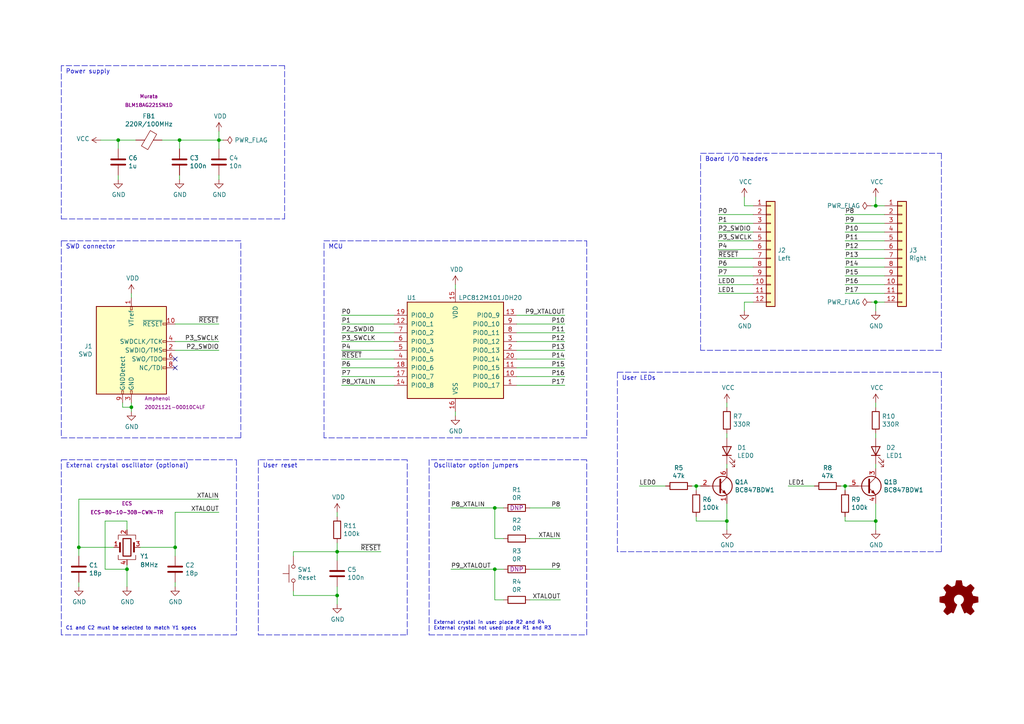
<source format=kicad_sch>
(kicad_sch (version 20211123) (generator eeschema)
  (paper "A4")
  (title_block (title "LPC812 Breakout Board") (date "2022-04-02") (rev "A") (comment 1 "Universal breakout board for LPC812 MCUs") (comment 3 "Michal Potrzebicz <michal@elevendroids.com>") (comment 4 "License: CC BY-SA 4.0"))
  (lib_symbols
    (symbol "Connector:Conn_ARM_JTAG_SWD_10" (pin_names (offset 1.016))
      (property "Reference" "J" (at -2.54 16.51 0))
      (property "Value" "Conn_ARM_JTAG_SWD_10" (at -2.54 13.97 0))
      (symbol "Conn_ARM_JTAG_SWD_10_0_1"
        (rectangle (start -10.16 12.7) (end 10.16 -12.7) (stroke (width 0.254)) (fill (type background)))
        (rectangle (start -2.794 -12.7) (end -2.286 -11.684))
        (rectangle (start -0.254 -12.7) (end 0.254 -11.684))
        (rectangle (start -0.254 12.7) (end 0.254 11.684))
        (rectangle (start 9.144 2.286) (end 10.16 2.794))
        (rectangle (start 10.16 -2.794) (end 9.144 -2.286))
        (rectangle (start 10.16 -0.254) (end 9.144 0.254))
        (rectangle (start 10.16 7.874) (end 9.144 7.366))
      )
      (symbol "Conn_ARM_JTAG_SWD_10_1_1"
        (rectangle (start 9.144 -5.334) (end 10.16 -4.826))
        (pin power_in line (at 0 15.24 270) (length 2.54) (name "VTref") (number "1"))
        (pin open_collector line (at 12.7 7.62 180) (length 2.54) (name "~{RESET}") (number "10"))
        (pin bidirectional line (at 12.7 0 180) (length 2.54) (name "SWDIO/TMS") (number "2"))
        (pin power_in line (at 0 -15.24 90) (length 2.54) (name "GND") (number "3"))
        (pin output line (at 12.7 2.54 180) (length 2.54) (name "SWDCLK/TCK") (number "4"))
        (pin passive line (at 0 -15.24 90) (length 2.54) hide (name "GND") (number "5"))
        (pin input line (at 12.7 -2.54 180) (length 2.54) (name "SWO/TDO") (number "6"))
        (pin no_connect line (at -10.16 0 0) (length 2.54) hide (name "KEY") (number "7"))
        (pin output line (at 12.7 -5.08 180) (length 2.54) (name "NC/TDI") (number "8"))
        (pin passive line (at -2.54 -15.24 90) (length 2.54) (name "GNDDetect") (number "9"))
      )
    )
    (symbol "Connector_Generic:Conn_01x12" (pin_names (offset 1.016) hide)
      (property "Reference" "J" (at 0 15.24 0))
      (property "Value" "Conn_01x12" (at 0 -17.78 0))
      (symbol "Conn_01x12_1_1"
        (rectangle (start -1.27 -15.113) (end 0 -15.367) (stroke (width 0.1524)))
        (rectangle (start -1.27 -12.573) (end 0 -12.827) (stroke (width 0.1524)))
        (rectangle (start -1.27 -10.033) (end 0 -10.287) (stroke (width 0.1524)))
        (rectangle (start -1.27 -7.493) (end 0 -7.747) (stroke (width 0.1524)))
        (rectangle (start -1.27 -4.953) (end 0 -5.207) (stroke (width 0.1524)))
        (rectangle (start -1.27 -2.413) (end 0 -2.667) (stroke (width 0.1524)))
        (rectangle (start -1.27 0.127) (end 0 -0.127) (stroke (width 0.1524)))
        (rectangle (start -1.27 2.667) (end 0 2.413) (stroke (width 0.1524)))
        (rectangle (start -1.27 5.207) (end 0 4.953) (stroke (width 0.1524)))
        (rectangle (start -1.27 7.747) (end 0 7.493) (stroke (width 0.1524)))
        (rectangle (start -1.27 10.287) (end 0 10.033) (stroke (width 0.1524)))
        (rectangle (start -1.27 12.827) (end 0 12.573) (stroke (width 0.1524)))
        (rectangle (start -1.27 13.97) (end 1.27 -16.51) (stroke (width 0.254)) (fill (type background)))
        (pin passive line (at -5.08 12.7 0) (length 3.81) (name "Pin_1") (number "1"))
        (pin passive line (at -5.08 -10.16 0) (length 3.81) (name "Pin_10") (number "10"))
        (pin passive line (at -5.08 -12.7 0) (length 3.81) (name "Pin_11") (number "11"))
        (pin passive line (at -5.08 -15.24 0) (length 3.81) (name "Pin_12") (number "12"))
        (pin passive line (at -5.08 10.16 0) (length 3.81) (name "Pin_2") (number "2"))
        (pin passive line (at -5.08 7.62 0) (length 3.81) (name "Pin_3") (number "3"))
        (pin passive line (at -5.08 5.08 0) (length 3.81) (name "Pin_4") (number "4"))
        (pin passive line (at -5.08 2.54 0) (length 3.81) (name "Pin_5") (number "5"))
        (pin passive line (at -5.08 0 0) (length 3.81) (name "Pin_6") (number "6"))
        (pin passive line (at -5.08 -2.54 0) (length 3.81) (name "Pin_7") (number "7"))
        (pin passive line (at -5.08 -5.08 0) (length 3.81) (name "Pin_8") (number "8"))
        (pin passive line (at -5.08 -7.62 0) (length 3.81) (name "Pin_9") (number "9"))
      )
    )
    (symbol "Device:C" (pin_numbers hide) (pin_names (offset 0.254))
      (property "Reference" "C" (at 0.635 2.54 0))
      (property "Value" "C" (at 0.635 -2.54 0))
      (symbol "C_0_1"
        (polyline (pts (xy -2.032 -0.762) (xy 2.032 -0.762)) (stroke (width 0.508)))
        (polyline (pts (xy -2.032 0.762) (xy 2.032 0.762)) (stroke (width 0.508)))
      )
      (symbol "C_1_1"
        (pin passive line (at 0 3.81 270) (length 2.794) (name "~") (number "1"))
        (pin passive line (at 0 -3.81 90) (length 2.794) (name "~") (number "2"))
      )
    )
    (symbol "Device:Crystal_GND24" (pin_names (offset 1.016) hide)
      (property "Reference" "Y" (at 3.175 5.08 0))
      (property "Value" "Crystal_GND24" (at 3.175 3.175 0))
      (symbol "Crystal_GND24_0_1"
        (rectangle (start -1.143 2.54) (end 1.143 -2.54) (stroke (width 0.3048)))
        (polyline (pts (xy -2.54 0) (xy -2.032 0)))
        (polyline (pts (xy -2.032 -1.27) (xy -2.032 1.27)) (stroke (width 0.508)))
        (polyline (pts (xy 0 -3.81) (xy 0 -3.556)))
        (polyline (pts (xy 0 3.556) (xy 0 3.81)))
        (polyline (pts (xy 2.032 -1.27) (xy 2.032 1.27)) (stroke (width 0.508)))
        (polyline (pts (xy 2.032 0) (xy 2.54 0)))
        (polyline (pts (xy -2.54 -2.286) (xy -2.54 -3.556) (xy 2.54 -3.556) (xy 2.54 -2.286)))
        (polyline (pts (xy -2.54 2.286) (xy -2.54 3.556) (xy 2.54 3.556) (xy 2.54 2.286)))
      )
      (symbol "Crystal_GND24_1_1"
        (pin passive line (at -3.81 0 0) (length 1.27) (name "1") (number "1"))
        (pin passive line (at 0 5.08 270) (length 1.27) (name "2") (number "2"))
        (pin passive line (at 3.81 0 180) (length 1.27) (name "3") (number "3"))
        (pin passive line (at 0 -5.08 90) (length 1.27) (name "4") (number "4"))
      )
    )
    (symbol "Device:FerriteBead" (pin_numbers hide) (pin_names (offset 0))
      (property "Reference" "FB" (at -3.81 0.635 90))
      (property "Value" "FerriteBead" (at 3.81 0 90))
      (symbol "FerriteBead_0_1"
        (polyline (pts (xy 0 -1.27) (xy 0 -1.2192)))
        (polyline (pts (xy 0 1.27) (xy 0 1.2954)))
        (polyline (pts (xy -2.7686 0.4064) (xy -1.7018 2.2606) (xy 2.7686 -0.3048) (xy 1.6764 -2.159) (xy -2.7686 0.4064)))
      )
      (symbol "FerriteBead_1_1"
        (pin passive line (at 0 3.81 270) (length 2.54) (name "~") (number "1"))
        (pin passive line (at 0 -3.81 90) (length 2.54) (name "~") (number "2"))
      )
    )
    (symbol "Device:LED" (pin_numbers hide) (pin_names (offset 1.016) hide)
      (property "Reference" "D" (at 0 2.54 0))
      (property "Value" "LED" (at 0 -2.54 0))
      (symbol "LED_0_1"
        (polyline (pts (xy -1.27 -1.27) (xy -1.27 1.27)) (stroke (width 0.254)))
        (polyline (pts (xy -1.27 0) (xy 1.27 0)))
        (polyline (pts (xy 1.27 -1.27) (xy 1.27 1.27) (xy -1.27 0) (xy 1.27 -1.27)) (stroke (width 0.254)))
        (polyline (pts (xy -3.048 -0.762) (xy -4.572 -2.286) (xy -3.81 -2.286) (xy -4.572 -2.286) (xy -4.572 -1.524)))
        (polyline (pts (xy -1.778 -0.762) (xy -3.302 -2.286) (xy -2.54 -2.286) (xy -3.302 -2.286) (xy -3.302 -1.524)))
      )
      (symbol "LED_1_1"
        (pin passive line (at -3.81 0 0) (length 2.54) (name "K") (number "1"))
        (pin passive line (at 3.81 0 180) (length 2.54) (name "A") (number "2"))
      )
    )
    (symbol "Device:R" (pin_numbers hide) (pin_names (offset 0))
      (property "Reference" "R" (at 2.032 0 90))
      (property "Value" "R" (at 0 0 90))
      (symbol "R_0_1"
        (rectangle (start -1.016 -2.54) (end 1.016 2.54) (stroke (width 0.254)))
      )
      (symbol "R_1_1"
        (pin passive line (at 0 3.81 270) (length 1.27) (name "~") (number "1"))
        (pin passive line (at 0 -3.81 90) (length 1.27) (name "~") (number "2"))
      )
    )
    (symbol "Graphic:Logo_Open_Hardware_Small" (pin_names (offset 1.016))
      (symbol "Logo_Open_Hardware_Small_0_1"
        (polyline (pts (xy 3.3528 -4.3434) (xy 3.302 -4.318) (xy 3.175 -4.2418) (xy 2.9972 -4.1148) (xy 2.7686 -3.9624) (xy 2.54 -3.81) (xy 2.3622 -3.7084) (xy 2.2352 -3.6068) (xy 2.1844 -3.5814) (xy 2.159 -3.6068) (xy 2.0574 -3.6576) (xy 1.905 -3.7338) (xy 1.8034 -3.7846) (xy 1.6764 -3.8354) (xy 1.6002 -3.8354) (xy 1.6002 -3.8354) (xy 1.5494 -3.7338) (xy 1.4732 -3.5306) (xy 1.3462 -3.302) (xy 1.2446 -3.0226) (xy 1.1176 -2.7178) (xy 0.9652 -2.413) (xy 0.8636 -2.1082) (xy 0.7366 -1.8288) (xy 0.6604 -1.6256) (xy 0.6096 -1.4732) (xy 0.5842 -1.397) (xy 0.5842 -1.397) (xy 0.6604 -1.3208) (xy 0.7874 -1.2446) (xy 1.0414 -1.016) (xy 1.2954 -0.6858) (xy 1.4478 -0.3302) (xy 1.524 0.0762) (xy 1.4732 0.4572) (xy 1.3208 0.8128) (xy 1.0668 1.143) (xy 0.762 1.3716) (xy 0.4064 1.524) (xy 0 1.5748) (xy -0.381 1.5494) (xy -0.7366 1.397) (xy -1.0668 1.143) (xy -1.2192 0.9906) (xy -1.397 0.6604) (xy -1.524 0.3048) (xy -1.524 0.2286) (xy -1.4986 -0.1778) (xy -1.397 -0.5334) (xy -1.1938 -0.8636) (xy -0.9144 -1.143) (xy -0.8636 -1.1684) (xy -0.7366 -1.27) (xy -0.635 -1.3462) (xy -0.5842 -1.397) (xy -1.0668 -2.5908) (xy -1.143 -2.794) (xy -1.2954 -3.1242) (xy -1.397 -3.4036) (xy -1.4986 -3.6322) (xy -1.5748 -3.7846) (xy -1.6002 -3.8354) (xy -1.6002 -3.8354) (xy -1.651 -3.8354) (xy -1.7272 -3.81) (xy -1.905 -3.7338) (xy -2.0066 -3.683) (xy -2.1336 -3.6068) (xy -2.2098 -3.5814) (xy -2.2606 -3.6068) (xy -2.3622 -3.683) (xy -2.54 -3.81) (xy -2.7686 -3.9624) (xy -2.9718 -4.0894) (xy -3.1496 -4.2164) (xy -3.302 -4.318) (xy -3.3528 -4.3434) (xy -3.3782 -4.3434) (xy -3.429 -4.318) (xy -3.5306 -4.2164) (xy -3.7084 -4.064) (xy -3.937 -3.8354) (xy -3.9624 -3.81) (xy -4.1656 -3.6068) (xy -4.318 -3.4544) (xy -4.4196 -3.3274) (xy -4.445 -3.2766) (xy -4.445 -3.2766) (xy -4.4196 -3.2258) (xy -4.318 -3.0734) (xy -4.2164 -2.8956) (xy -4.064 -2.667) (xy -3.6576 -2.0828) (xy -3.8862 -1.5494) (xy -3.937 -1.3716) (xy -4.0386 -1.1684) (xy -4.0894 -1.0414) (xy -4.1148 -0.9652) (xy -4.191 -0.9398) (xy -4.318 -0.9144) (xy -4.5466 -0.8636) (xy -4.8006 -0.8128) (xy -5.0546 -0.7874) (xy -5.2578 -0.7366) (xy -5.4356 -0.7112) (xy -5.5118 -0.6858) (xy -5.5118 -0.6858) (xy -5.5372 -0.635) (xy -5.5372 -0.5588) (xy -5.5372 -0.4318) (xy -5.5626 -0.2286) (xy -5.5626 0.0762) (xy -5.5626 0.127) (xy -5.5372 0.4064) (xy -5.5372 0.635) (xy -5.5372 0.762) (xy -5.5372 0.8382) (xy -5.5372 0.8382) (xy -5.461 0.8382) (xy -5.3086 0.889) (xy -5.08 0.9144) (xy -4.826 0.9652) (xy -4.8006 0.9906) (xy -4.5466 1.0414) (xy -4.318 1.0668) (xy -4.1656 1.1176) (xy -4.0894 1.143) (xy -4.0894 1.143) (xy -4.0386 1.2446) (xy -3.9624 1.4224) (xy -3.8608 1.6256) (xy -3.7846 1.8288) (xy -3.7084 2.0066) (xy -3.6576 2.159) (xy -3.6322 2.2098) (xy -3.6322 2.2098) (xy -3.683 2.286) (xy -3.7592 2.413) (xy -3.8862 2.5908) (xy -4.064 2.8194) (xy -4.064 2.8448) (xy -4.2164 3.0734) (xy -4.3434 3.2512) (xy -4.4196 3.3782) (xy -4.445 3.4544) (xy -4.445 3.4544) (xy -4.3942 3.5052) (xy -4.2926 3.6322) (xy -4.1148 3.81) (xy -3.937 4.0132) (xy -3.8608 4.064) (xy -3.6576 4.2926) (xy -3.5052 4.4196) (xy -3.4036 4.4958) (xy -3.3528 4.5212) (xy -3.3528 4.5212) (xy -3.302 4.4704) (xy -3.1496 4.3688) (xy -2.9718 4.2418) (xy -2.7432 4.0894) (xy -2.7178 4.0894) (xy -2.4892 3.937) (xy -2.3114 3.81) (xy -2.1844 3.7084) (xy -2.1336 3.683) (xy -2.1082 3.683) (xy -2.032 3.7084) (xy -1.8542 3.7592) (xy -1.6764 3.8354) (xy -1.4732 3.937) (xy -1.27 4.0132) (xy -1.143 4.064) (xy -1.0668 4.1148) (xy -1.0668 4.1148) (xy -1.0414 4.191) (xy -1.016 4.3434) (xy -0.9652 4.572) (xy -0.9144 4.8514) (xy -0.889 4.9022) (xy -0.8382 5.1562) (xy -0.8128 5.3848) (xy -0.7874 5.5372) (xy -0.762 5.588) (xy -0.7112 5.6134) (xy -0.5842 5.6134) (xy -0.4064 5.6134) (xy -0.1524 5.6134) (xy 0.0762 5.6134) (xy 0.3302 5.6134) (xy 0.5334 5.6134) (xy 0.6858 5.588) (xy 0.7366 5.588) (xy 0.7366 5.588) (xy 0.762 5.5118) (xy 0.8128 5.334) (xy 0.8382 5.1054) (xy 0.9144 4.826) (xy 0.9144 4.7752) (xy 0.9652 4.5212) (xy 1.016 4.2926) (xy 1.0414 4.1402) (xy 1.0668 4.0894) (xy 1.0668 4.0894) (xy 1.1938 4.0386) (xy 1.3716 3.9624) (xy 1.5748 3.8608) (xy 2.0828 3.6576) (xy 2.7178 4.0894) (xy 2.7686 4.1402) (xy 2.9972 4.2926) (xy 3.175 4.4196) (xy 3.302 4.4958) (xy 3.3782 4.5212) (xy 3.3782 4.5212) (xy 3.429 4.4704) (xy 3.556 4.3434) (xy 3.7338 4.191) (xy 3.9116 3.9878) (xy 4.064 3.8354) (xy 4.2418 3.6576) (xy 4.3434 3.556) (xy 4.4196 3.4798) (xy 4.4196 3.429) (xy 4.4196 3.4036) (xy 4.3942 3.3274) (xy 4.2926 3.2004) (xy 4.1656 2.9972) (xy 4.0132 2.794) (xy 3.8862 2.5908) (xy 3.7592 2.3876) (xy 3.6576 2.2352) (xy 3.6322 2.159) (xy 3.6322 2.1336) (xy 3.683 2.0066) (xy 3.7592 1.8288) (xy 3.8608 1.6002) (xy 4.064 1.1176) (xy 4.3942 1.0414) (xy 4.5974 1.016) (xy 4.8768 0.9652) (xy 5.1308 0.9144) (xy 5.5372 0.8382) (xy 5.5626 -0.6604) (xy 5.4864 -0.6858) (xy 5.4356 -0.6858) (xy 5.2832 -0.7366) (xy 5.0546 -0.762) (xy 4.8006 -0.8128) (xy 4.5974 -0.8636) (xy 4.3688 -0.9144) (xy 4.2164 -0.9398) (xy 4.1402 -0.9398) (xy 4.1148 -0.9652) (xy 4.064 -1.0668) (xy 3.9878 -1.2446) (xy 3.9116 -1.4478) (xy 3.81 -1.651) (xy 3.7338 -1.8542) (xy 3.683 -2.0066) (xy 3.6576 -2.0828) (xy 3.683 -2.1336) (xy 3.7846 -2.2606) (xy 3.8862 -2.4638) (xy 4.0386 -2.667) (xy 4.191 -2.8956) (xy 4.318 -3.0734) (xy 4.3942 -3.2004) (xy 4.445 -3.2766) (xy 4.4196 -3.3274) (xy 4.3434 -3.429) (xy 4.1656 -3.5814) (xy 3.937 -3.8354) (xy 3.8862 -3.8608) (xy 3.683 -4.064) (xy 3.5306 -4.2164) (xy 3.4036 -4.318) (xy 3.3528 -4.3434)) (fill (type outline)))
      )
    )
    (symbol "MCU_NXP_LPC:LPC812M101JDH20" (pin_names (offset 1.016))
      (property "Reference" "U" (at -11.43 15.24 0))
      (property "Value" "LPC812M101JDH20" (at 20.32 15.24 0))
      (symbol "LPC812M101JDH20_0_1"
        (rectangle (start 13.97 13.97) (end -13.97 -13.97) (stroke (width 0.254)) (fill (type background)))
      )
      (symbol "LPC812M101JDH20_1_1"
        (pin bidirectional line (at 17.78 -10.16 180) (length 3.81) (name "PIO0_17") (number "1"))
        (pin bidirectional line (at 17.78 -7.62 180) (length 3.81) (name "PIO0_16") (number "10"))
        (pin bidirectional line (at 17.78 -5.08 180) (length 3.81) (name "PIO0_15") (number "11"))
        (pin bidirectional line (at -17.78 7.62 0) (length 3.81) (name "PIO0_1") (number "12"))
        (pin bidirectional line (at 17.78 10.16 180) (length 3.81) (name "PIO0_9") (number "13"))
        (pin bidirectional line (at -17.78 -10.16 0) (length 3.81) (name "PIO0_8") (number "14"))
        (pin power_in line (at 0 17.78 270) (length 3.81) (name "VDD") (number "15"))
        (pin power_in line (at 0 -17.78 90) (length 3.81) (name "VSS") (number "16"))
        (pin bidirectional line (at -17.78 -7.62 0) (length 3.81) (name "PIO0_7") (number "17"))
        (pin bidirectional line (at -17.78 -5.08 0) (length 3.81) (name "PIO0_6") (number "18"))
        (pin bidirectional line (at -17.78 10.16 0) (length 3.81) (name "PIO0_0") (number "19"))
        (pin bidirectional line (at 17.78 0 180) (length 3.81) (name "PIO0_13") (number "2"))
        (pin bidirectional line (at 17.78 -2.54 180) (length 3.81) (name "PIO0_14") (number "20"))
        (pin bidirectional line (at 17.78 2.54 180) (length 3.81) (name "PIO0_12") (number "3"))
        (pin bidirectional line (at -17.78 -2.54 0) (length 3.81) (name "PIO0_5") (number "4"))
        (pin bidirectional line (at -17.78 0 0) (length 3.81) (name "PIO0_4") (number "5"))
        (pin bidirectional line (at -17.78 2.54 0) (length 3.81) (name "PIO0_3") (number "6"))
        (pin bidirectional line (at -17.78 5.08 0) (length 3.81) (name "PIO0_2") (number "7"))
        (pin bidirectional line (at 17.78 5.08 180) (length 3.81) (name "PIO0_11") (number "8"))
        (pin bidirectional line (at 17.78 7.62 180) (length 3.81) (name "PIO0_10") (number "9"))
      )
    )
    (symbol "Switch:SW_Push" (pin_numbers hide) (pin_names (offset 1.016) hide)
      (property "Reference" "SW" (at 1.27 2.54 0))
      (property "Value" "SW_Push" (at 0 -1.524 0))
      (symbol "SW_Push_0_1"
        (circle (center -2.032 0) (radius 0.508))
        (polyline (pts (xy 0 1.27) (xy 0 3.048)))
        (polyline (pts (xy 2.54 1.27) (xy -2.54 1.27)))
        (circle (center 2.032 0) (radius 0.508))
        (pin passive line (at -5.08 0 0) (length 2.54) (name "1") (number "1"))
        (pin passive line (at 5.08 0 180) (length 2.54) (name "2") (number "2"))
      )
    )
    (symbol "Transistor_BJT:BC847BDW1" (pin_names (offset 0) hide)
      (property "Reference" "Q" (at 5.08 1.27 0))
      (property "Value" "BC847BDW1" (at 5.08 -1.27 0))
      (symbol "BC847BDW1_0_1"
        (polyline (pts (xy 0.635 0) (xy -2.54 0)))
        (polyline (pts (xy 0.635 0.635) (xy 2.54 2.54)))
        (polyline (pts (xy 0.635 -0.635) (xy 2.54 -2.54) (xy 2.54 -2.54)))
        (polyline (pts (xy 0.635 1.905) (xy 0.635 -1.905) (xy 0.635 -1.905)) (stroke (width 0.508)))
        (polyline (pts (xy 1.27 -1.778) (xy 1.778 -1.27) (xy 2.286 -2.286) (xy 1.27 -1.778) (xy 1.27 -1.778)) (fill (type outline)))
        (circle (center 1.27 0) (radius 2.8194) (stroke (width 0.254)))
      )
      (symbol "BC847BDW1_1_1"
        (pin passive line (at 2.54 -5.08 90) (length 2.54) (name "E1") (number "1"))
        (pin input line (at -5.08 0 0) (length 2.54) (name "B1") (number "2"))
        (pin passive line (at 2.54 5.08 270) (length 2.54) (name "C1") (number "6"))
      )
      (symbol "BC847BDW1_2_1"
        (pin passive line (at 2.54 5.08 270) (length 2.54) (name "C2") (number "3"))
        (pin passive line (at 2.54 -5.08 90) (length 2.54) (name "E2") (number "4"))
        (pin input line (at -5.08 0 0) (length 2.54) (name "B2") (number "5"))
      )
    )
    (symbol "power:GND" (power) (pin_names (offset 0))
      (property "Value" "GND" (at 0 -3.81 0))
      (symbol "GND_0_1"
        (polyline (pts (xy 0 0) (xy 0 -1.27) (xy 1.27 -1.27) (xy 0 -2.54) (xy -1.27 -1.27) (xy 0 -1.27)))
      )
      (symbol "GND_1_1"
        (pin power_in line (at 0 0 270) (length 0) hide (name "GND") (number "1"))
      )
    )
    (symbol "power:PWR_FLAG" (power) (pin_numbers hide) (pin_names (offset 0) hide)
      (property "Value" "PWR_FLAG" (at 0 3.81 0))
      (symbol "PWR_FLAG_0_0"
        (pin power_out line (at 0 0 90) (length 0) (name "pwr") (number "1"))
      )
      (symbol "PWR_FLAG_0_1"
        (polyline (pts (xy 0 0) (xy 0 1.27) (xy -1.016 1.905) (xy 0 2.54) (xy 1.016 1.905) (xy 0 1.27)))
      )
    )
    (symbol "power:VCC" (power) (pin_names (offset 0))
      (property "Value" "VCC" (at 0 3.81 0))
      (symbol "VCC_0_1"
        (polyline (pts (xy -0.762 1.27) (xy 0 2.54)))
        (polyline (pts (xy 0 0) (xy 0 2.54)))
        (polyline (pts (xy 0 2.54) (xy 0.762 1.27)))
      )
      (symbol "VCC_1_1"
        (pin power_in line (at 0 0 90) (length 0) hide (name "VCC") (number "1"))
      )
    )
    (symbol "power:VDD" (power) (pin_names (offset 0))
      (property "Value" "VDD" (at 0 3.81 0))
      (symbol "VDD_0_1"
        (polyline (pts (xy -0.762 1.27) (xy 0 2.54)))
        (polyline (pts (xy 0 0) (xy 0 2.54)))
        (polyline (pts (xy 0 2.54) (xy 0.762 1.27)))
      )
      (symbol "VDD_1_1"
        (pin power_in line (at 0 0 90) (length 0) hide (name "VDD") (number "1"))
      )
    )
  )
  (junction (at 36.83 165.1))
  (junction (at 254 87.63))
  (junction (at 210.82 151.13))
  (junction (at 34.29 40.64))
  (junction (at 63.5 40.64))
  (junction (at 254 151.13))
  (junction (at 38.1 118.11))
  (junction (at 22.86 158.75))
  (junction (at 50.8 158.75))
  (junction (at 52.07 40.64))
  (junction (at 201.93 140.97))
  (junction (at 254 59.69))
  (junction (at 97.79 172.72))
  (junction (at 97.79 160.02))
  (junction (at 245.11 140.97))
  (junction (at 143.51 165.1))
  (junction (at 143.51 147.32))
  (no_connect (at 50.8 104.14))
  (no_connect (at 50.8 106.68))
  (polyline (pts (xy 17.78 127) (xy 69.85 127)))
  (wire (pts (xy 97.79 172.72) (xy 97.79 170.18)))
  (wire (pts (xy 114.3 91.44) (xy 99.06 91.44)))
  (polyline (pts (xy 170.18 184.15) (xy 170.18 133.35)))
  (wire (pts (xy 130.81 147.32) (xy 143.51 147.32)))
  (wire (pts (xy 210.82 116.84) (xy 210.82 118.11)))
  (wire (pts (xy 218.44 72.39) (xy 208.28 72.39)))
  (wire (pts (xy 38.1 85.09) (xy 38.1 86.36)))
  (wire (pts (xy 236.22 140.97) (xy 228.6 140.97)))
  (polyline (pts (xy 68.58 184.15) (xy 17.78 184.15)))
  (wire (pts (xy 153.67 173.99) (xy 162.56 173.99)))
  (wire (pts (xy 245.11 140.97) (xy 246.38 140.97)))
  (wire (pts (xy 50.8 158.75) (xy 50.8 148.59)))
  (wire (pts (xy 22.86 144.78) (xy 63.5 144.78)))
  (wire (pts (xy 63.5 38.1) (xy 63.5 40.64)))
  (polyline (pts (xy 124.46 184.15) (xy 170.18 184.15)))
  (wire (pts (xy 97.79 160.02) (xy 97.79 157.48)))
  (wire (pts (xy 200.66 140.97) (xy 201.93 140.97)))
  (polyline (pts (xy 74.93 133.35) (xy 74.93 184.15)))
  (wire (pts (xy 22.86 158.75) (xy 33.02 158.75)))
  (wire (pts (xy 256.54 72.39) (xy 245.11 72.39)))
  (wire (pts (xy 143.51 156.21) (xy 143.51 147.32)))
  (wire (pts (xy 256.54 74.93) (xy 245.11 74.93)))
  (polyline (pts (xy 179.07 107.95) (xy 273.05 107.95)))
  (wire (pts (xy 149.86 96.52) (xy 163.83 96.52)))
  (polyline (pts (xy 273.05 160.02) (xy 179.07 160.02)))
  (polyline (pts (xy 118.11 133.35) (xy 74.93 133.35)))
  (wire (pts (xy 210.82 134.62) (xy 210.82 135.89)))
  (wire (pts (xy 153.67 147.32) (xy 162.56 147.32)))
  (wire (pts (xy 153.67 156.21) (xy 162.56 156.21)))
  (wire (pts (xy 252.73 59.69) (xy 254 59.69)))
  (wire (pts (xy 218.44 62.23) (xy 208.28 62.23)))
  (wire (pts (xy 85.09 172.72) (xy 97.79 172.72)))
  (wire (pts (xy 149.86 104.14) (xy 163.83 104.14)))
  (wire (pts (xy 50.8 148.59) (xy 63.5 148.59)))
  (wire (pts (xy 22.86 158.75) (xy 22.86 144.78)))
  (wire (pts (xy 210.82 151.13) (xy 210.82 153.67)))
  (wire (pts (xy 254 87.63) (xy 254 90.17)))
  (polyline (pts (xy 170.18 127) (xy 93.98 127)))
  (wire (pts (xy 256.54 59.69) (xy 254 59.69)))
  (wire (pts (xy 256.54 80.01) (xy 245.11 80.01)))
  (wire (pts (xy 50.8 93.98) (xy 63.5 93.98)))
  (wire (pts (xy 36.83 163.83) (xy 36.83 165.1)))
  (wire (pts (xy 34.29 40.64) (xy 39.37 40.64)))
  (wire (pts (xy 218.44 80.01) (xy 208.28 80.01)))
  (wire (pts (xy 63.5 40.64) (xy 63.5 43.18)))
  (polyline (pts (xy 17.78 63.5) (xy 82.55 63.5)))
  (polyline (pts (xy 69.85 127) (xy 69.85 69.85)))
  (wire (pts (xy 149.86 106.68) (xy 163.83 106.68)))
  (wire (pts (xy 245.11 140.97) (xy 245.11 142.24)))
  (wire (pts (xy 114.3 96.52) (xy 99.06 96.52)))
  (wire (pts (xy 243.84 140.97) (xy 245.11 140.97)))
  (wire (pts (xy 256.54 77.47) (xy 245.11 77.47)))
  (wire (pts (xy 218.44 69.85) (xy 208.28 69.85)))
  (wire (pts (xy 29.21 40.64) (xy 34.29 40.64)))
  (wire (pts (xy 218.44 77.47) (xy 208.28 77.47)))
  (polyline (pts (xy 273.05 44.45) (xy 273.05 101.6)))
  (wire (pts (xy 34.29 43.18) (xy 34.29 40.64)))
  (wire (pts (xy 218.44 74.93) (xy 208.28 74.93)))
  (wire (pts (xy 36.83 165.1) (xy 36.83 170.18)))
  (wire (pts (xy 218.44 64.77) (xy 208.28 64.77)))
  (wire (pts (xy 85.09 161.29) (xy 85.09 160.02)))
  (polyline (pts (xy 203.2 101.6) (xy 203.2 44.45)))
  (wire (pts (xy 143.51 165.1) (xy 130.81 165.1)))
  (polyline (pts (xy 74.93 184.15) (xy 118.11 184.15)))
  (wire (pts (xy 63.5 50.8) (xy 63.5 52.07)))
  (wire (pts (xy 30.48 151.13) (xy 30.48 165.1)))
  (polyline (pts (xy 93.98 69.85) (xy 170.18 69.85)))
  (wire (pts (xy 218.44 85.09) (xy 208.28 85.09)))
  (wire (pts (xy 97.79 148.59) (xy 97.79 149.86)))
  (wire (pts (xy 201.93 149.86) (xy 201.93 151.13)))
  (wire (pts (xy 254 134.62) (xy 254 135.89)))
  (wire (pts (xy 149.86 99.06) (xy 163.83 99.06)))
  (polyline (pts (xy 17.78 133.35) (xy 68.58 133.35)))
  (wire (pts (xy 22.86 168.91) (xy 22.86 170.18)))
  (wire (pts (xy 52.07 40.64) (xy 63.5 40.64)))
  (wire (pts (xy 85.09 171.45) (xy 85.09 172.72)))
  (wire (pts (xy 35.56 118.11) (xy 35.56 116.84)))
  (wire (pts (xy 201.93 142.24) (xy 201.93 140.97)))
  (wire (pts (xy 114.3 109.22) (xy 99.06 109.22)))
  (wire (pts (xy 210.82 125.73) (xy 210.82 127)))
  (polyline (pts (xy 69.85 69.85) (xy 17.78 69.85)))
  (wire (pts (xy 245.11 149.86) (xy 245.11 151.13)))
  (polyline (pts (xy 273.05 107.95) (xy 273.05 160.02)))
  (wire (pts (xy 97.79 175.26) (xy 97.79 172.72)))
  (wire (pts (xy 114.3 93.98) (xy 99.06 93.98)))
  (wire (pts (xy 132.08 82.55) (xy 132.08 83.82)))
  (wire (pts (xy 149.86 109.22) (xy 163.83 109.22)))
  (polyline (pts (xy 17.78 19.05) (xy 17.78 63.5)))
  (wire (pts (xy 36.83 151.13) (xy 30.48 151.13)))
  (wire (pts (xy 193.04 140.97) (xy 185.42 140.97)))
  (polyline (pts (xy 82.55 63.5) (xy 82.55 19.05)))
  (wire (pts (xy 46.99 40.64) (xy 52.07 40.64)))
  (wire (pts (xy 218.44 87.63) (xy 215.9 87.63)))
  (wire (pts (xy 40.64 158.75) (xy 50.8 158.75)))
  (wire (pts (xy 50.8 168.91) (xy 50.8 170.18)))
  (polyline (pts (xy 82.55 19.05) (xy 17.78 19.05)))
  (wire (pts (xy 215.9 59.69) (xy 215.9 57.15)))
  (wire (pts (xy 143.51 173.99) (xy 143.51 165.1)))
  (wire (pts (xy 50.8 99.06) (xy 63.5 99.06)))
  (wire (pts (xy 245.11 151.13) (xy 254 151.13)))
  (wire (pts (xy 256.54 64.77) (xy 245.11 64.77)))
  (wire (pts (xy 201.93 140.97) (xy 203.2 140.97)))
  (polyline (pts (xy 170.18 69.85) (xy 170.18 127)))
  (wire (pts (xy 149.86 91.44) (xy 163.83 91.44)))
  (wire (pts (xy 38.1 118.11) (xy 38.1 119.38)))
  (polyline (pts (xy 203.2 44.45) (xy 273.05 44.45)))
  (polyline (pts (xy 17.78 184.15) (xy 17.78 133.35)))
  (polyline (pts (xy 68.58 133.35) (xy 68.58 184.15)))
  (wire (pts (xy 149.86 111.76) (xy 163.83 111.76)))
  (wire (pts (xy 22.86 161.29) (xy 22.86 158.75)))
  (wire (pts (xy 38.1 118.11) (xy 35.56 118.11)))
  (polyline (pts (xy 273.05 101.6) (xy 203.2 101.6)))
  (wire (pts (xy 85.09 160.02) (xy 97.79 160.02)))
  (wire (pts (xy 254 151.13) (xy 254 153.67)))
  (wire (pts (xy 97.79 162.56) (xy 97.79 160.02)))
  (polyline (pts (xy 93.98 127) (xy 93.98 69.85)))
  (polyline (pts (xy 170.18 133.35) (xy 124.46 133.35)))
  (wire (pts (xy 50.8 158.75) (xy 50.8 161.29)))
  (wire (pts (xy 97.79 160.02) (xy 110.49 160.02)))
  (wire (pts (xy 114.3 101.6) (xy 99.06 101.6)))
  (wire (pts (xy 256.54 82.55) (xy 245.11 82.55)))
  (wire (pts (xy 64.77 40.64) (xy 63.5 40.64)))
  (wire (pts (xy 254 146.05) (xy 254 151.13)))
  (polyline (pts (xy 179.07 160.02) (xy 179.07 107.95)))
  (wire (pts (xy 114.3 104.14) (xy 99.06 104.14)))
  (wire (pts (xy 256.54 62.23) (xy 245.11 62.23)))
  (wire (pts (xy 146.05 156.21) (xy 143.51 156.21)))
  (wire (pts (xy 99.06 99.06) (xy 114.3 99.06)))
  (wire (pts (xy 215.9 87.63) (xy 215.9 90.17)))
  (wire (pts (xy 256.54 67.31) (xy 245.11 67.31)))
  (wire (pts (xy 218.44 67.31) (xy 208.28 67.31)))
  (wire (pts (xy 210.82 146.05) (xy 210.82 151.13)))
  (polyline (pts (xy 118.11 184.15) (xy 118.11 133.35)))
  (wire (pts (xy 114.3 111.76) (xy 99.06 111.76)))
  (wire (pts (xy 36.83 153.67) (xy 36.83 151.13)))
  (wire (pts (xy 114.3 106.68) (xy 99.06 106.68)))
  (polyline (pts (xy 17.78 69.85) (xy 17.78 127)))
  (wire (pts (xy 146.05 165.1) (xy 143.51 165.1)))
  (wire (pts (xy 38.1 116.84) (xy 38.1 118.11)))
  (wire (pts (xy 146.05 173.99) (xy 143.51 173.99)))
  (polyline (pts (xy 124.46 133.35) (xy 124.46 184.15)))
  (wire (pts (xy 256.54 69.85) (xy 245.11 69.85)))
  (wire (pts (xy 30.48 165.1) (xy 36.83 165.1)))
  (wire (pts (xy 218.44 59.69) (xy 215.9 59.69)))
  (wire (pts (xy 218.44 82.55) (xy 208.28 82.55)))
  (wire (pts (xy 252.73 87.63) (xy 254 87.63)))
  (wire (pts (xy 34.29 50.8) (xy 34.29 52.07)))
  (wire (pts (xy 254 125.73) (xy 254 127)))
  (wire (pts (xy 256.54 85.09) (xy 245.11 85.09)))
  (wire (pts (xy 50.8 101.6) (xy 63.5 101.6)))
  (wire (pts (xy 143.51 147.32) (xy 146.05 147.32)))
  (wire (pts (xy 256.54 87.63) (xy 254 87.63)))
  (wire (pts (xy 201.93 151.13) (xy 210.82 151.13)))
  (wire (pts (xy 153.67 165.1) (xy 162.56 165.1)))
  (wire (pts (xy 52.07 40.64) (xy 52.07 43.18)))
  (wire (pts (xy 149.86 93.98) (xy 163.83 93.98)))
  (wire (pts (xy 254 59.69) (xy 254 57.15)))
  (wire (pts (xy 254 116.84) (xy 254 118.11)))
  (wire (pts (xy 149.86 101.6) (xy 163.83 101.6)))
  (wire (pts (xy 52.07 50.8) (xy 52.07 52.07)))
  (wire (pts (xy 132.08 120.65) (xy 132.08 119.38)))
  (text "Power supply" (at 19.05 21.59 0) (effects (font (size 1.27 1.27)) (justify left bottom)))
  (text "C1 and C2 must be selected to match Y1 specs" (at 19.05 182.88 0) (effects (font (size 1.016 1.016)) (justify left bottom)))
  (text "User reset" (at 76.2 135.89 0) (effects (font (size 1.27 1.27)) (justify left bottom)))
  (text "Board I/O headers" (at 204.47 46.99 0) (effects (font (size 1.27 1.27)) (justify left bottom)))
  (text "External crystal oscillator (optional)" (at 19.05 135.89 0) (effects (font (size 1.27 1.27)) (justify left bottom)))
  (text "Oscillator option jumpers" (at 125.73 135.89 0) (effects (font (size 1.27 1.27)) (justify left bottom)))
  (text "User LEDs" (at 180.34 110.49 0) (effects (font (size 1.27 1.27)) (justify left bottom)))
  (text "External crystal in use: place R2 and R4\nExternal crystal not used: place R1 and R3" (at 125.73 182.88 0) (effects (font (size 1.016 1.016)) (justify left bottom)))
  (text "SWD connector" (at 19.05 72.39 0) (effects (font (size 1.27 1.27)) (justify left bottom)))
  (text "MCU" (at 95.25 72.39 0) (effects (font (size 1.27 1.27)) (justify left bottom)))
  (label "P10" (at 245.11 67.31 0))
  (label "P16" (at 245.11 82.55 0))
  (label "LED0" (at 208.28 82.55 0))
  (label "P16" (at 163.83 109.22 180))
  (label "XTALOUT" (at 162.56 173.99 180))
  (label "XTALOUT" (at 63.5 148.59 180))
  (label "P11" (at 245.11 69.85 0))
  (label "P9" (at 162.56 165.1 180))
  (label "~{RESET}" (at 63.5 93.98 180))
  (label "~{RESET}" (at 99.06 104.14 0))
  (label "P8_XTALIN" (at 130.81 147.32 0))
  (label "P11" (at 163.83 96.52 180))
  (label "P12" (at 163.83 99.06 180))
  (label "P1" (at 208.28 64.77 0))
  (label "P1" (at 99.06 93.98 0))
  (label "P6" (at 99.06 106.68 0))
  (label "P8" (at 245.11 62.23 0))
  (label "P15" (at 163.83 106.68 180))
  (label "P15" (at 245.11 80.01 0))
  (label "P2_SWDIO" (at 63.5 101.6 180))
  (label "P14" (at 163.83 104.14 180))
  (label "P9_XTALOUT" (at 163.83 91.44 180))
  (label "P0" (at 99.06 91.44 0))
  (label "XTALIN" (at 162.56 156.21 180))
  (label "P9_XTALOUT" (at 130.81 165.1 0))
  (label "P13" (at 245.11 74.93 0))
  (label "XTALIN" (at 63.5 144.78 180))
  (label "P8" (at 162.56 147.32 180))
  (label "P17" (at 245.11 85.09 0))
  (label "P13" (at 163.83 101.6 180))
  (label "P10" (at 163.83 93.98 180))
  (label "P8_XTALIN" (at 99.06 111.76 0))
  (label "P2_SWDIO" (at 99.06 96.52 0))
  (label "P17" (at 163.83 111.76 180))
  (label "~{RESET}" (at 208.28 74.93 0))
  (label "~{RESET}" (at 110.49 160.02 180))
  (label "P0" (at 208.28 62.23 0))
  (label "P12" (at 245.11 72.39 0))
  (label "P9" (at 245.11 64.77 0))
  (label "P3_SWCLK" (at 99.06 99.06 0))
  (label "P2_SWDIO" (at 208.28 67.31 0))
  (label "LED1" (at 208.28 85.09 0))
  (label "P3_SWCLK" (at 63.5 99.06 180))
  (label "P6" (at 208.28 77.47 0))
  (label "P4" (at 208.28 72.39 0))
  (label "P14" (at 245.11 77.47 0))
  (label "P3_SWCLK" (at 208.28 69.85 0))
  (label "P4" (at 99.06 101.6 0))
  (label "P7" (at 99.06 109.22 0))
  (label "LED0" (at 185.42 140.97 0))
  (label "P7" (at 208.28 80.01 0))
  (label "LED1" (at 228.6 140.97 0))
  (symbol (lib_id "Transistor_BJT:BC847BDW1") (at 208.28 140.97 0) (unit 1)
    (property "Reference" "Q1" (at 213.106 139.8016 0) (effects (justify left)))
    (property "Value" "BC847BDW1" (at 213.106 142.113 0) (effects (justify left)))
    (property "Footprint" "Package_TO_SOT_SMD:SOT-363_SC-70-6" (effects hide))
    (property "Datasheet" "http://www.onsemi.com/pub_link/Collateral/BC846BDW1T1-D.PDF" (effects hide))
    (property "MFR" "ON Semiconductor" (effects hide))
    (property "MPN" "BC847CDW1T1G" (effects hide))
  )
  (symbol (lib_id "MCU_NXP_LPC:LPC812M101JDH20") (at 132.08 101.6 0) (unit 1)
    (property "Reference" "U1" (at 119.38 86.36 0))
    (property "Value" "LPC812M101JDH20" (at 142.24 86.36 0))
    (property "Footprint" "Package_SO:TSSOP-20_4.4x6.5mm_P0.65mm" (effects hide))
    (property "Datasheet" "http://www.nxp.com/documents/data_sheet/LPC81XM.pdf" (effects hide))
    (property "MFR" "NXP" (effects hide))
    (property "MPN" "LPC812M101JDH20" (effects hide))
  )
  (symbol (lib_id "power:GND") (at 132.08 120.65 0) (unit 1)
    (property "Reference" "#PWR0101" (effects hide))
    (property "Value" "GND" (at 132.207 125.0442 0))
  )
  (symbol (lib_id "Transistor_BJT:BC847BDW1") (at 251.46 140.97 0) (unit 2)
    (property "Reference" "Q1" (at 256.286 139.8016 0) (effects (justify left)))
    (property "Value" "BC847BDW1" (at 256.286 142.113 0) (effects (justify left)))
    (property "Footprint" "Package_TO_SOT_SMD:SOT-363_SC-70-6" (effects hide))
    (property "Datasheet" "http://www.onsemi.com/pub_link/Collateral/BC846BDW1T1-D.PDF" (effects hide))
    (property "MFR" "ON Semiconductor" (effects hide))
    (property "MPN" "BC847CDW1T1G" (effects hide))
  )
  (symbol (lib_id "Device:LED") (at 210.82 130.81 90) (unit 1)
    (property "Reference" "D1" (at 213.8172 129.8194 90) (effects (justify right)))
    (property "Value" "LED0" (at 213.8172 132.1308 90) (effects (justify right)))
    (property "Footprint" "LED_SMD:LED_0805_2012Metric" (effects hide))
  )
  (symbol (lib_id "Device:LED") (at 254 130.81 90) (unit 1)
    (property "Reference" "D2" (at 256.9972 129.8194 90) (effects (justify right)))
    (property "Value" "LED1" (at 256.9972 132.1308 90) (effects (justify right)))
    (property "Footprint" "LED_SMD:LED_0805_2012Metric" (effects hide))
  )
  (symbol (lib_id "Device:R") (at 254 121.92 0) (unit 1)
    (property "Reference" "R10" (at 255.778 120.7516 0) (effects (justify left)))
    (property "Value" "330R" (at 255.778 123.063 0) (effects (justify left)))
    (property "Footprint" "Resistor_SMD:R_0603_1608Metric" (effects hide))
  )
  (symbol (lib_id "Device:R") (at 196.85 140.97 270) (unit 1)
    (property "Reference" "R5" (at 196.85 135.7122 90))
    (property "Value" "47k" (at 196.85 138.0236 90))
    (property "Footprint" "Resistor_SMD:R_0603_1608Metric" (effects hide))
  )
  (symbol (lib_id "Device:R") (at 201.93 146.05 0) (unit 1)
    (property "Reference" "R6" (at 203.708 144.8816 0) (effects (justify left)))
    (property "Value" "100k" (at 203.708 147.193 0) (effects (justify left)))
    (property "Footprint" "Resistor_SMD:R_0603_1608Metric" (effects hide))
  )
  (symbol (lib_id "Device:R") (at 210.82 121.92 0) (unit 1)
    (property "Reference" "R7" (at 212.598 120.7516 0) (effects (justify left)))
    (property "Value" "330R" (at 212.598 123.063 0) (effects (justify left)))
    (property "Footprint" "Resistor_SMD:R_0603_1608Metric" (effects hide))
  )
  (symbol (lib_id "Device:R") (at 245.11 146.05 0) (unit 1)
    (property "Reference" "R9" (at 246.888 144.8816 0) (effects (justify left)))
    (property "Value" "100k" (at 246.888 147.193 0) (effects (justify left)))
    (property "Footprint" "Resistor_SMD:R_0603_1608Metric" (effects hide))
  )
  (symbol (lib_id "Device:R") (at 240.03 140.97 270) (unit 1)
    (property "Reference" "R8" (at 240.03 135.7122 90))
    (property "Value" "47k" (at 240.03 138.0236 90))
    (property "Footprint" "Resistor_SMD:R_0603_1608Metric" (effects hide))
  )
  (symbol (lib_id "Device:Crystal_GND24") (at 36.83 158.75 0) (unit 1)
    (property "Reference" "Y1" (at 40.64 161.29 0) (effects (justify left)))
    (property "Value" "8MHz" (at 40.64 163.83 0) (effects (justify left)))
    (property "Footprint" "Crystal:Crystal_SMD_5032-4Pin_5.0x3.2mm" (effects hide))
    (property "MFR" "ECS" (at 36.83 146.05 0) (effects (font (size 1.016 1.016))))
    (property "MPN" "ECS-80-10-30B-CWN-TR" (at 36.83 148.59 0) (effects (font (size 1.016 1.016))))
  )
  (symbol (lib_id "Device:C") (at 22.86 165.1 0) (unit 1)
    (property "Reference" "C1" (at 25.781 163.9316 0) (effects (justify left)))
    (property "Value" "18p" (at 25.781 166.243 0) (effects (justify left)))
    (property "Footprint" "Capacitor_SMD:C_0603_1608Metric" (effects hide))
  )
  (symbol (lib_id "Device:C") (at 50.8 165.1 0) (unit 1)
    (property "Reference" "C2" (at 53.721 163.9316 0) (effects (justify left)))
    (property "Value" "18p" (at 53.721 166.243 0) (effects (justify left)))
    (property "Footprint" "Capacitor_SMD:C_0603_1608Metric" (effects hide))
  )
  (symbol (lib_id "Device:C") (at 52.07 46.99 0) (unit 1)
    (property "Reference" "C3" (at 54.991 45.8216 0) (effects (justify left)))
    (property "Value" "100n" (at 54.991 48.133 0) (effects (justify left)))
    (property "Footprint" "Capacitor_SMD:C_0603_1608Metric" (effects hide))
  )
  (symbol (lib_id "Device:C") (at 63.5 46.99 0) (unit 1)
    (property "Reference" "C4" (at 66.421 45.8216 0) (effects (justify left)))
    (property "Value" "10n" (at 66.421 48.133 0) (effects (justify left)))
    (property "Footprint" "Capacitor_SMD:C_0603_1608Metric" (effects hide))
  )
  (symbol (lib_id "Device:FerriteBead") (at 43.18 40.64 270) (unit 1)
    (property "Reference" "FB1" (at 43.18 33.6804 90))
    (property "Value" "220R/100MHz" (at 43.18 35.9918 90))
    (property "Footprint" "Inductor_SMD:L_0603_1608Metric" (effects hide))
    (property "MFR" "Murata" (at 43.18 27.94 90) (effects (font (size 1.016 1.016))))
    (property "MPN" "BLM18AG221SN1D" (at 43.18 30.48 90) (effects (font (size 1.016 1.016))))
  )
  (symbol (lib_id "Device:R") (at 149.86 173.99 270) (unit 1)
    (property "Reference" "R4" (at 149.86 168.7322 90))
    (property "Value" "0R" (at 149.86 171.0436 90))
    (property "Footprint" "Resistor_SMD:R_0402_1005Metric" (effects hide))
  )
  (symbol (lib_id "Device:R") (at 149.86 147.32 270) (unit 1)
    (property "Reference" "R1" (at 149.86 142.0622 90))
    (property "Value" "0R" (at 149.86 144.3736 90))
    (property "Footprint" "Resistor_SMD:R_0402_1005Metric" (effects hide))
    (property "DNP" "DNP" (at 149.86 147.32 90))
  )
  (symbol (lib_id "Device:R") (at 149.86 165.1 270) (unit 1)
    (property "Reference" "R3" (at 149.86 159.8422 90))
    (property "Value" "0R" (at 149.86 162.1536 90))
    (property "Footprint" "Resistor_SMD:R_0402_1005Metric" (effects hide))
    (property "DNP" "DNP" (at 149.86 165.1 90))
  )
  (symbol (lib_id "Device:R") (at 149.86 156.21 270) (unit 1)
    (property "Reference" "R2" (at 149.86 150.9522 90))
    (property "Value" "0R" (at 149.86 153.2636 90))
    (property "Footprint" "Resistor_SMD:R_0402_1005Metric" (effects hide))
  )
  (symbol (lib_id "power:GND") (at 52.07 52.07 0) (unit 1)
    (property "Reference" "#PWR0102" (effects hide))
    (property "Value" "GND" (at 52.197 56.4642 0))
  )
  (symbol (lib_id "power:GND") (at 63.5 52.07 0) (unit 1)
    (property "Reference" "#PWR0103" (effects hide))
    (property "Value" "GND" (at 63.627 56.4642 0))
  )
  (symbol (lib_id "power:GND") (at 254 153.67 0) (unit 1)
    (property "Reference" "#PWR0115" (effects hide))
    (property "Value" "GND" (at 254.127 158.0642 0))
  )
  (symbol (lib_id "power:GND") (at 36.83 170.18 0) (unit 1)
    (property "Reference" "#PWR0104" (effects hide))
    (property "Value" "GND" (at 36.957 174.5742 0))
  )
  (symbol (lib_id "power:GND") (at 22.86 170.18 0) (unit 1)
    (property "Reference" "#PWR0105" (effects hide))
    (property "Value" "GND" (at 22.987 174.5742 0))
  )
  (symbol (lib_id "power:GND") (at 50.8 170.18 0) (unit 1)
    (property "Reference" "#PWR0106" (effects hide))
    (property "Value" "GND" (at 50.927 174.5742 0))
  )
  (symbol (lib_id "power:VCC") (at 254 116.84 0) (unit 1)
    (property "Reference" "#PWR0116" (effects hide))
    (property "Value" "VCC" (at 254.381 112.4458 0))
  )
  (symbol (lib_id "Connector:Conn_ARM_JTAG_SWD_10") (at 38.1 101.6 0) (unit 1)
    (property "Reference" "J1" (at 26.8478 100.4316 0) (effects (justify right)))
    (property "Value" "SWD" (at 26.8478 102.743 0) (effects (justify right)))
    (property "Footprint" "Connector_PinHeader_1.27mm:PinHeader_2x05_P1.27mm_Vertical_SMD" (effects hide))
    (property "Datasheet" "http://infocenter.arm.com/help/topic/com.arm.doc.ddi0314h/DDI0314H_coresight_components_trm.pdf" (effects hide))
    (property "MFR" "Amphenol" (at 41.91 115.57 0) (effects (font (size 1.016 1.016)) (justify left)))
    (property "MPN" "20021121-00010C4LF" (at 41.91 118.11 0) (effects (font (size 1.016 1.016)) (justify left)))
  )
  (symbol (lib_id "power:VCC") (at 210.82 116.84 0) (unit 1)
    (property "Reference" "#PWR0117" (effects hide))
    (property "Value" "VCC" (at 211.201 112.4458 0))
  )
  (symbol (lib_id "power:GND") (at 210.82 153.67 0) (unit 1)
    (property "Reference" "#PWR0118" (effects hide))
    (property "Value" "GND" (at 210.947 158.0642 0))
  )
  (symbol (lib_id "power:GND") (at 38.1 119.38 0) (unit 1)
    (property "Reference" "#PWR0107" (effects hide))
    (property "Value" "GND" (at 38.227 123.7742 0))
  )
  (symbol (lib_id "power:VCC") (at 29.21 40.64 90) (unit 1)
    (property "Reference" "#PWR0108" (effects hide))
    (property "Value" "VCC" (at 25.9842 40.259 90) (effects (justify left)))
  )
  (symbol (lib_id "Device:C") (at 34.29 46.99 0) (unit 1)
    (property "Reference" "C6" (at 37.211 45.8216 0) (effects (justify left)))
    (property "Value" "1u" (at 37.211 48.133 0) (effects (justify left)))
    (property "Footprint" "Capacitor_SMD:C_0603_1608Metric" (effects hide))
  )
  (symbol (lib_id "power:PWR_FLAG") (at 252.73 87.63 90) (unit 1)
    (property "Reference" "#FLG0101" (effects hide))
    (property "Value" "PWR_FLAG" (at 249.5042 87.63 90) (effects (justify left)))
  )
  (symbol (lib_id "Connector_Generic:Conn_01x12") (at 261.62 72.39 0) (unit 1)
    (property "Reference" "J3" (at 263.652 72.5932 0) (effects (justify left)))
    (property "Value" "Right" (at 263.652 74.9046 0) (effects (justify left)))
    (property "Footprint" "Connector_PinHeader_2.54mm:PinHeader_1x12_P2.54mm_Vertical" (effects hide))
  )
  (symbol (lib_id "power:PWR_FLAG") (at 252.73 59.69 90) (unit 1)
    (property "Reference" "#FLG0102" (effects hide))
    (property "Value" "PWR_FLAG" (at 249.5042 59.69 90) (effects (justify left)))
  )
  (symbol (lib_id "Connector_Generic:Conn_01x12") (at 223.52 72.39 0) (unit 1)
    (property "Reference" "J2" (at 225.552 72.5932 0) (effects (justify left)))
    (property "Value" "Left" (at 225.552 74.9046 0) (effects (justify left)))
    (property "Footprint" "Connector_PinHeader_2.54mm:PinHeader_1x12_P2.54mm_Vertical" (effects hide))
  )
  (symbol (lib_id "power:GND") (at 34.29 52.07 0) (unit 1)
    (property "Reference" "#PWR0121" (effects hide))
    (property "Value" "GND" (at 34.417 56.4642 0))
  )
  (symbol (lib_id "power:VDD") (at 132.08 82.55 0) (unit 1)
    (property "Reference" "#PWR0122" (effects hide))
    (property "Value" "VDD" (at 132.461 78.1558 0))
  )
  (symbol (lib_id "power:VCC") (at 215.9 57.15 0) (unit 1)
    (property "Reference" "#PWR0110" (effects hide))
    (property "Value" "VCC" (at 216.281 52.7558 0))
  )
  (symbol (lib_id "power:VCC") (at 254 57.15 0) (unit 1)
    (property "Reference" "#PWR0111" (effects hide))
    (property "Value" "VCC" (at 254.381 52.7558 0))
  )
  (symbol (lib_id "power:GND") (at 215.9 90.17 0) (unit 1)
    (property "Reference" "#PWR0112" (effects hide))
    (property "Value" "GND" (at 216.027 94.5642 0))
  )
  (symbol (lib_id "power:PWR_FLAG") (at 64.77 40.64 270) (unit 1)
    (property "Reference" "#FLG0103" (effects hide))
    (property "Value" "PWR_FLAG" (at 68.0212 40.64 90) (effects (justify left)))
  )
  (symbol (lib_id "power:GND") (at 254 90.17 0) (unit 1)
    (property "Reference" "#PWR0113" (effects hide))
    (property "Value" "GND" (at 254.127 94.5642 0))
  )
  (symbol (lib_id "power:VDD") (at 63.5 38.1 0) (unit 1)
    (property "Reference" "#PWR0109" (effects hide))
    (property "Value" "VDD" (at 63.881 33.7058 0))
  )
  (symbol (lib_id "power:VDD") (at 38.1 85.09 0) (unit 1)
    (property "Reference" "#PWR0114" (effects hide))
    (property "Value" "VDD" (at 38.481 80.6958 0))
  )
  (symbol (lib_id "Switch:SW_Push") (at 85.09 166.37 90) (unit 1)
    (property "Reference" "SW1" (at 86.3092 165.2016 90) (effects (justify right)))
    (property "Value" "Reset" (at 86.3092 167.513 90) (effects (justify right)))
    (property "Footprint" "Button_Switch_SMD:SW_SPST_CK_RS282G05A3" (effects hide))
  )
  (symbol (lib_id "Device:C") (at 97.79 166.37 0) (unit 1)
    (property "Reference" "C5" (at 100.711 165.2016 0) (effects (justify left)))
    (property "Value" "100n" (at 100.711 167.513 0) (effects (justify left)))
    (property "Footprint" "Capacitor_SMD:C_0603_1608Metric" (effects hide))
  )
  (symbol (lib_id "Device:R") (at 97.79 153.67 0) (unit 1)
    (property "Reference" "R11" (at 99.568 152.5016 0) (effects (justify left)))
    (property "Value" "100k" (at 99.568 154.813 0) (effects (justify left)))
    (property "Footprint" "Resistor_SMD:R_0603_1608Metric" (effects hide))
  )
  (symbol (lib_id "power:GND") (at 97.79 175.26 0) (unit 1)
    (property "Reference" "#PWR0119" (effects hide))
    (property "Value" "GND" (at 97.917 179.6542 0))
  )
  (symbol (lib_id "power:VDD") (at 97.79 148.59 0) (unit 1)
    (property "Reference" "#PWR0120" (effects hide))
    (property "Value" "VDD" (at 98.171 144.1958 0))
  )
  (symbol (lib_id "Graphic:Logo_Open_Hardware_Small") (at 278.13 173.99 0) (unit 1)
    (property "Reference" "#LOGO1" (effects hide))
    (property "Value" "Logo_Open_Hardware_Small" (effects hide))
  )
)
</source>
